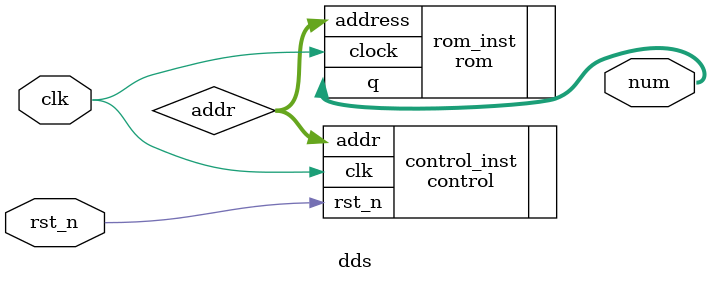
<source format=v>
module dds (clk, rst_n, num);

	input clk, rst_n;
	
	output [7:0] num;
	
	wire [7:0] addr;
	
	control #(.pword(64), .fword(1_000_000))
		control_inst(
				.clk(clk), 
				.rst_n(rst_n), 
				.addr(addr)
			);

	rom	rom_inst (
		.address ( addr ),
		.clock ( clk ),
		.q ( num )
		);

endmodule

</source>
